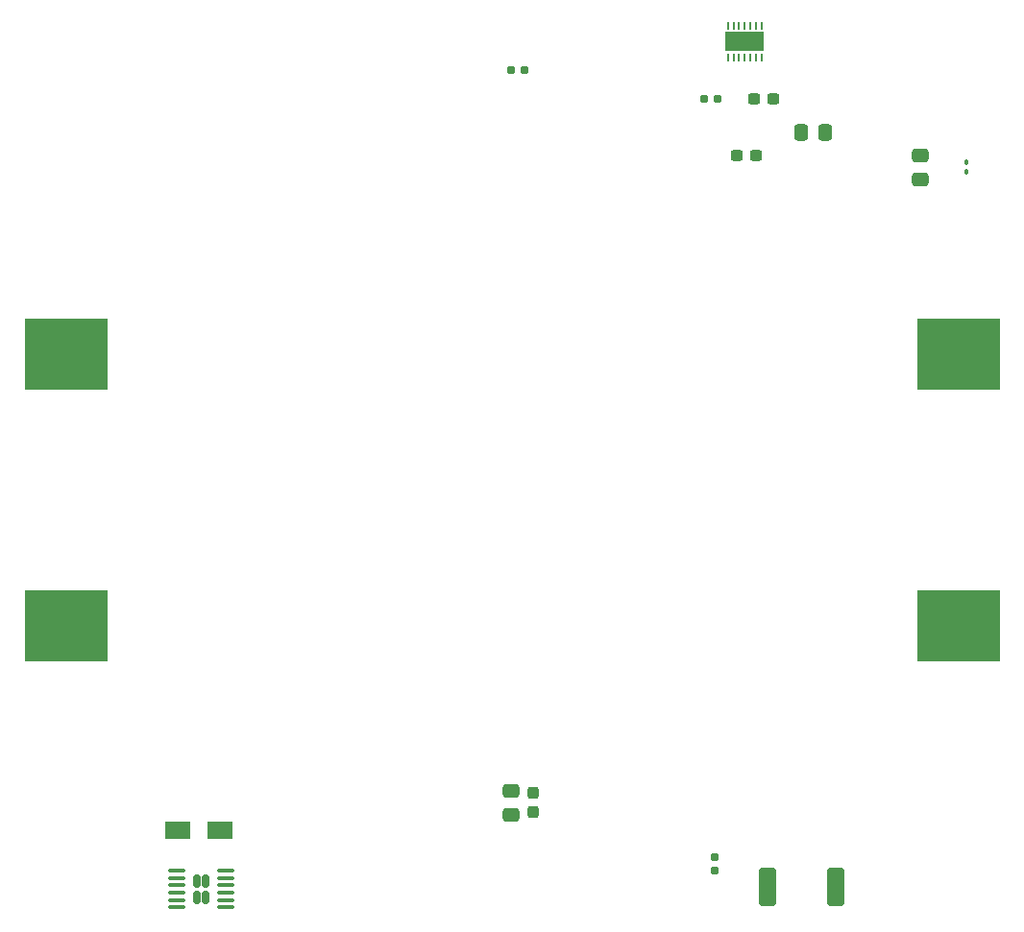
<source format=gbr>
%TF.GenerationSoftware,KiCad,Pcbnew,8.0.4-8.0.4-0~ubuntu22.04.1*%
%TF.CreationDate,2024-08-19T14:06:39+05:30*%
%TF.ProjectId,eps,6570732e-6b69-4636-9164-5f7063625858,rev?*%
%TF.SameCoordinates,Original*%
%TF.FileFunction,Paste,Top*%
%TF.FilePolarity,Positive*%
%FSLAX46Y46*%
G04 Gerber Fmt 4.6, Leading zero omitted, Abs format (unit mm)*
G04 Created by KiCad (PCBNEW 8.0.4-8.0.4-0~ubuntu22.04.1) date 2024-08-19 14:06:39*
%MOMM*%
%LPD*%
G01*
G04 APERTURE LIST*
G04 Aperture macros list*
%AMRoundRect*
0 Rectangle with rounded corners*
0 $1 Rounding radius*
0 $2 $3 $4 $5 $6 $7 $8 $9 X,Y pos of 4 corners*
0 Add a 4 corners polygon primitive as box body*
4,1,4,$2,$3,$4,$5,$6,$7,$8,$9,$2,$3,0*
0 Add four circle primitives for the rounded corners*
1,1,$1+$1,$2,$3*
1,1,$1+$1,$4,$5*
1,1,$1+$1,$6,$7*
1,1,$1+$1,$8,$9*
0 Add four rect primitives between the rounded corners*
20,1,$1+$1,$2,$3,$4,$5,0*
20,1,$1+$1,$4,$5,$6,$7,0*
20,1,$1+$1,$6,$7,$8,$9,0*
20,1,$1+$1,$8,$9,$2,$3,0*%
G04 Aperture macros list end*
%ADD10C,0.000000*%
%ADD11R,7.340000X6.350000*%
%ADD12RoundRect,0.155000X-0.212500X-0.155000X0.212500X-0.155000X0.212500X0.155000X-0.212500X0.155000X0*%
%ADD13R,0.249200X0.703200*%
%ADD14R,3.400001X1.800000*%
%ADD15RoundRect,0.250000X0.337500X0.475000X-0.337500X0.475000X-0.337500X-0.475000X0.337500X-0.475000X0*%
%ADD16RoundRect,0.237500X0.300000X0.237500X-0.300000X0.237500X-0.300000X-0.237500X0.300000X-0.237500X0*%
%ADD17RoundRect,0.090000X0.090000X-0.139000X0.090000X0.139000X-0.090000X0.139000X-0.090000X-0.139000X0*%
%ADD18R,2.180400X1.630000*%
%ADD19RoundRect,0.155000X0.155000X-0.212500X0.155000X0.212500X-0.155000X0.212500X-0.155000X-0.212500X0*%
%ADD20RoundRect,0.237500X-0.300000X-0.237500X0.300000X-0.237500X0.300000X0.237500X-0.300000X0.237500X0*%
%ADD21RoundRect,0.167500X-0.167500X-0.407500X0.167500X-0.407500X0.167500X0.407500X-0.167500X0.407500X0*%
%ADD22RoundRect,0.100000X-0.625000X-0.100000X0.625000X-0.100000X0.625000X0.100000X-0.625000X0.100000X0*%
%ADD23RoundRect,0.250000X0.475000X-0.337500X0.475000X0.337500X-0.475000X0.337500X-0.475000X-0.337500X0*%
%ADD24RoundRect,0.237500X0.237500X-0.300000X0.237500X0.300000X-0.237500X0.300000X-0.237500X-0.300000X0*%
%ADD25RoundRect,0.249999X-0.512501X-1.425001X0.512501X-1.425001X0.512501X1.425001X-0.512501X1.425001X0*%
G04 APERTURE END LIST*
D10*
%TO.C,U3*%
G36*
X116400000Y-82252400D02*
G01*
X114899999Y-82252400D01*
X114899999Y-80652400D01*
X116400000Y-80652400D01*
X116400000Y-82252400D01*
G37*
G36*
X118100001Y-82252400D02*
G01*
X116600000Y-82252400D01*
X116600000Y-80652400D01*
X118100001Y-80652400D01*
X118100001Y-82252400D01*
G37*
%TD*%
D11*
%TO.C,BT1*%
X135330000Y-133000000D03*
X56670000Y-133000000D03*
%TD*%
D12*
%TO.C,C1*%
X95932500Y-84000000D03*
X97067500Y-84000000D03*
%TD*%
D13*
%TO.C,U3*%
X118000000Y-80050800D03*
X117500001Y-80050800D03*
X116999999Y-80050800D03*
X116500000Y-80050800D03*
X115999998Y-80050800D03*
X115499999Y-80050800D03*
X115000000Y-80050800D03*
X115000000Y-82854000D03*
X115499999Y-82854000D03*
X116000001Y-82854000D03*
X116500000Y-82854000D03*
X117000002Y-82854000D03*
X117500001Y-82854000D03*
X118000000Y-82854000D03*
D14*
X116500000Y-81452400D03*
%TD*%
D12*
%TO.C,C4*%
X112932500Y-86500000D03*
X114067500Y-86500000D03*
%TD*%
D15*
%TO.C,C3*%
X123537500Y-89500000D03*
X121462500Y-89500000D03*
%TD*%
D16*
%TO.C,C5*%
X117500000Y-91500000D03*
X115775000Y-91500000D03*
%TD*%
D17*
%TO.C,C6*%
X136000000Y-92932500D03*
X136000000Y-92067500D03*
%TD*%
D18*
%TO.C,U2*%
X70214400Y-151000000D03*
X66500000Y-151000000D03*
%TD*%
D19*
%TO.C,C8*%
X113880000Y-154550000D03*
X113880000Y-153415000D03*
%TD*%
D20*
%TO.C,C2*%
X117312500Y-86500000D03*
X119037500Y-86500000D03*
%TD*%
D11*
%TO.C,BT2*%
X56670000Y-109000000D03*
X135330000Y-109000000D03*
%TD*%
D21*
%TO.C,U1*%
X68180000Y-155500000D03*
X68180000Y-156920000D03*
X69000000Y-155500000D03*
X69000000Y-156920000D03*
D22*
X66440000Y-154585000D03*
X66440000Y-155235000D03*
X66440000Y-155885000D03*
X66440000Y-156535000D03*
X66440000Y-157185000D03*
X66440000Y-157835000D03*
X70740000Y-157835000D03*
X70740000Y-157185000D03*
X70740000Y-156535000D03*
X70740000Y-155885000D03*
X70740000Y-155235000D03*
X70740000Y-154585000D03*
%TD*%
D23*
%TO.C,C7*%
X132000000Y-93575000D03*
X132000000Y-91500000D03*
%TD*%
%TO.C,C10*%
X95880000Y-149625000D03*
X95880000Y-147550000D03*
%TD*%
D24*
%TO.C,C11*%
X97880000Y-149412500D03*
X97880000Y-147687500D03*
%TD*%
D25*
%TO.C,L2*%
X118512500Y-156000000D03*
X124487500Y-156000000D03*
%TD*%
M02*

</source>
